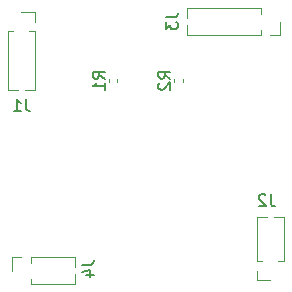
<source format=gbo>
%TF.GenerationSoftware,KiCad,Pcbnew,9.0.5-1.fc42*%
%TF.CreationDate,2025-12-03T02:48:56+01:00*%
%TF.ProjectId,Block-Switch-2H,426c6f63-6b2d-4537-9769-7463682d3248,1*%
%TF.SameCoordinates,Original*%
%TF.FileFunction,Legend,Bot*%
%TF.FilePolarity,Positive*%
%FSLAX46Y46*%
G04 Gerber Fmt 4.6, Leading zero omitted, Abs format (unit mm)*
G04 Created by KiCad (PCBNEW 9.0.5-1.fc42) date 2025-12-03 02:48:56*
%MOMM*%
%LPD*%
G01*
G04 APERTURE LIST*
%ADD10C,0.150000*%
%ADD11C,0.120000*%
G04 APERTURE END LIST*
D10*
X133675419Y-123693866D02*
X134389704Y-123693866D01*
X134389704Y-123693866D02*
X134532561Y-123646247D01*
X134532561Y-123646247D02*
X134627800Y-123551009D01*
X134627800Y-123551009D02*
X134675419Y-123408152D01*
X134675419Y-123408152D02*
X134675419Y-123312914D01*
X134008752Y-124598628D02*
X134675419Y-124598628D01*
X133627800Y-124360533D02*
X134342085Y-124122438D01*
X134342085Y-124122438D02*
X134342085Y-124741485D01*
X141132119Y-107937733D02*
X140655928Y-107604400D01*
X141132119Y-107366305D02*
X140132119Y-107366305D01*
X140132119Y-107366305D02*
X140132119Y-107747257D01*
X140132119Y-107747257D02*
X140179738Y-107842495D01*
X140179738Y-107842495D02*
X140227357Y-107890114D01*
X140227357Y-107890114D02*
X140322595Y-107937733D01*
X140322595Y-107937733D02*
X140465452Y-107937733D01*
X140465452Y-107937733D02*
X140560690Y-107890114D01*
X140560690Y-107890114D02*
X140608309Y-107842495D01*
X140608309Y-107842495D02*
X140655928Y-107747257D01*
X140655928Y-107747257D02*
X140655928Y-107366305D01*
X140227357Y-108318686D02*
X140179738Y-108366305D01*
X140179738Y-108366305D02*
X140132119Y-108461543D01*
X140132119Y-108461543D02*
X140132119Y-108699638D01*
X140132119Y-108699638D02*
X140179738Y-108794876D01*
X140179738Y-108794876D02*
X140227357Y-108842495D01*
X140227357Y-108842495D02*
X140322595Y-108890114D01*
X140322595Y-108890114D02*
X140417833Y-108890114D01*
X140417833Y-108890114D02*
X140560690Y-108842495D01*
X140560690Y-108842495D02*
X141132119Y-108271067D01*
X141132119Y-108271067D02*
X141132119Y-108890114D01*
X135567519Y-107937733D02*
X135091328Y-107604400D01*
X135567519Y-107366305D02*
X134567519Y-107366305D01*
X134567519Y-107366305D02*
X134567519Y-107747257D01*
X134567519Y-107747257D02*
X134615138Y-107842495D01*
X134615138Y-107842495D02*
X134662757Y-107890114D01*
X134662757Y-107890114D02*
X134757995Y-107937733D01*
X134757995Y-107937733D02*
X134900852Y-107937733D01*
X134900852Y-107937733D02*
X134996090Y-107890114D01*
X134996090Y-107890114D02*
X135043709Y-107842495D01*
X135043709Y-107842495D02*
X135091328Y-107747257D01*
X135091328Y-107747257D02*
X135091328Y-107366305D01*
X135567519Y-108890114D02*
X135567519Y-108318686D01*
X135567519Y-108604400D02*
X134567519Y-108604400D01*
X134567519Y-108604400D02*
X134710376Y-108509162D01*
X134710376Y-108509162D02*
X134805614Y-108413924D01*
X134805614Y-108413924D02*
X134853233Y-108318686D01*
X149620410Y-117741619D02*
X149620410Y-118455904D01*
X149620410Y-118455904D02*
X149668029Y-118598761D01*
X149668029Y-118598761D02*
X149763267Y-118694000D01*
X149763267Y-118694000D02*
X149906124Y-118741619D01*
X149906124Y-118741619D02*
X150001362Y-118741619D01*
X149191838Y-117836857D02*
X149144219Y-117789238D01*
X149144219Y-117789238D02*
X149048981Y-117741619D01*
X149048981Y-117741619D02*
X148810886Y-117741619D01*
X148810886Y-117741619D02*
X148715648Y-117789238D01*
X148715648Y-117789238D02*
X148668029Y-117836857D01*
X148668029Y-117836857D02*
X148620410Y-117932095D01*
X148620410Y-117932095D02*
X148620410Y-118027333D01*
X148620410Y-118027333D02*
X148668029Y-118170190D01*
X148668029Y-118170190D02*
X149239457Y-118741619D01*
X149239457Y-118741619D02*
X148620410Y-118741619D01*
X128883733Y-109691819D02*
X128883733Y-110406104D01*
X128883733Y-110406104D02*
X128931352Y-110548961D01*
X128931352Y-110548961D02*
X129026590Y-110644200D01*
X129026590Y-110644200D02*
X129169447Y-110691819D01*
X129169447Y-110691819D02*
X129264685Y-110691819D01*
X127883733Y-110691819D02*
X128455161Y-110691819D01*
X128169447Y-110691819D02*
X128169447Y-109691819D01*
X128169447Y-109691819D02*
X128264685Y-109834676D01*
X128264685Y-109834676D02*
X128359923Y-109929914D01*
X128359923Y-109929914D02*
X128455161Y-109977533D01*
X140754019Y-102766266D02*
X141468304Y-102766266D01*
X141468304Y-102766266D02*
X141611161Y-102718647D01*
X141611161Y-102718647D02*
X141706400Y-102623409D01*
X141706400Y-102623409D02*
X141754019Y-102480552D01*
X141754019Y-102480552D02*
X141754019Y-102385314D01*
X140754019Y-103147219D02*
X140754019Y-103766266D01*
X140754019Y-103766266D02*
X141134971Y-103432933D01*
X141134971Y-103432933D02*
X141134971Y-103575790D01*
X141134971Y-103575790D02*
X141182590Y-103671028D01*
X141182590Y-103671028D02*
X141230209Y-103718647D01*
X141230209Y-103718647D02*
X141325447Y-103766266D01*
X141325447Y-103766266D02*
X141563542Y-103766266D01*
X141563542Y-103766266D02*
X141658780Y-103718647D01*
X141658780Y-103718647D02*
X141706400Y-103671028D01*
X141706400Y-103671028D02*
X141754019Y-103575790D01*
X141754019Y-103575790D02*
X141754019Y-103290076D01*
X141754019Y-103290076D02*
X141706400Y-103194838D01*
X141706400Y-103194838D02*
X141658780Y-103147219D01*
D11*
%TO.C,J4*%
X127715000Y-123045000D02*
X127715000Y-124205000D01*
X128525000Y-123045000D02*
X127715000Y-123045000D01*
X129335000Y-123045000D02*
X129335000Y-123538292D01*
X129335000Y-123045000D02*
X133080000Y-123045000D01*
X129335000Y-124871708D02*
X129335000Y-125365000D01*
X129335000Y-125365000D02*
X133080000Y-125365000D01*
X133080000Y-123045000D02*
X133080000Y-123887077D01*
X133080000Y-124522923D02*
X133080000Y-125365000D01*
%TO.C,R2*%
X141467300Y-107950759D02*
X141467300Y-108258041D01*
X142227300Y-107950759D02*
X142227300Y-108258041D01*
%TO.C,R1*%
X135902700Y-107950759D02*
X135902700Y-108258041D01*
X136662700Y-107950759D02*
X136662700Y-108258041D01*
%TO.C,J2*%
X148445000Y-119650000D02*
X149287077Y-119650000D01*
X148445000Y-123395000D02*
X148445000Y-119650000D01*
X148445000Y-123395000D02*
X148938292Y-123395000D01*
X148445000Y-124205000D02*
X148445000Y-125015000D01*
X148445000Y-125015000D02*
X149605000Y-125015000D01*
X149922923Y-119650000D02*
X150765000Y-119650000D01*
X150271708Y-123395000D02*
X150765000Y-123395000D01*
X150765000Y-123395000D02*
X150765000Y-119650000D01*
%TO.C,J1*%
X127365000Y-103935000D02*
X127365000Y-108950000D01*
X127858292Y-103935000D02*
X127365000Y-103935000D01*
X128207077Y-108950000D02*
X127365000Y-108950000D01*
X129685000Y-102315000D02*
X128525000Y-102315000D01*
X129685000Y-103125000D02*
X129685000Y-102315000D01*
X129685000Y-103935000D02*
X129191708Y-103935000D01*
X129685000Y-103935000D02*
X129685000Y-108950000D01*
X129685000Y-108950000D02*
X128842923Y-108950000D01*
%TO.C,J3*%
X142510000Y-102807077D02*
X142510000Y-101965000D01*
X142510000Y-104285000D02*
X142510000Y-103442923D01*
X148795000Y-101965000D02*
X142510000Y-101965000D01*
X148795000Y-102458292D02*
X148795000Y-101965000D01*
X148795000Y-104285000D02*
X142510000Y-104285000D01*
X148795000Y-104285000D02*
X148795000Y-103791708D01*
X149605000Y-104285000D02*
X150415000Y-104285000D01*
X150415000Y-104285000D02*
X150415000Y-103125000D01*
%TD*%
M02*

</source>
